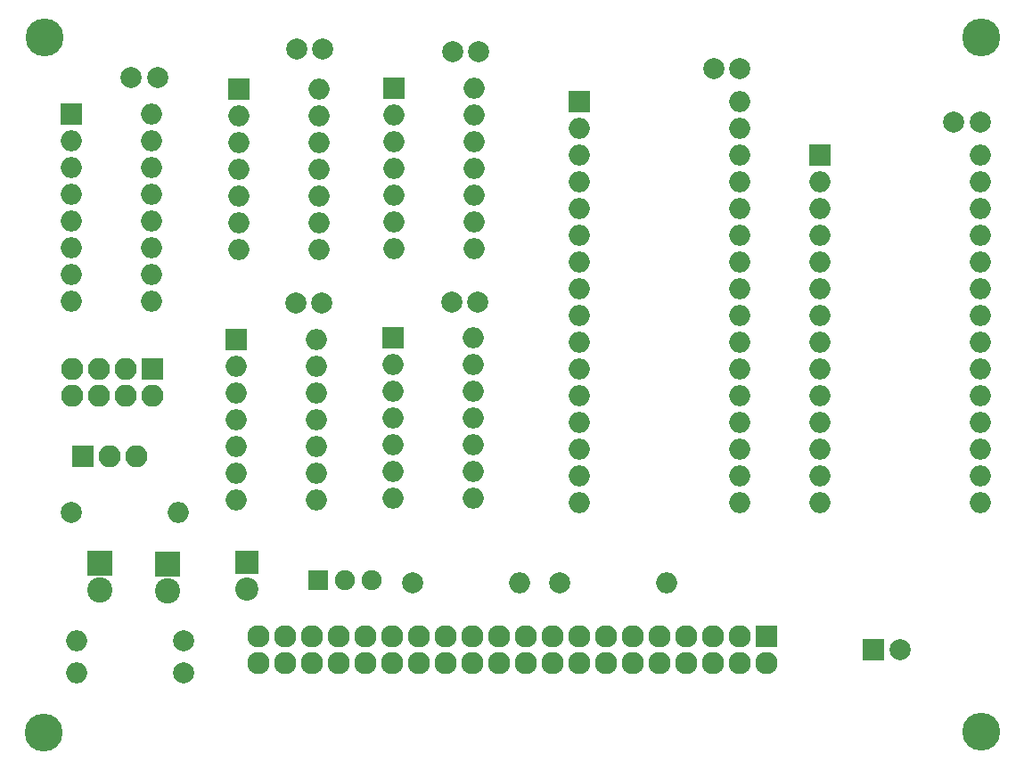
<source format=gbs>
G04 #@! TF.GenerationSoftware,KiCad,Pcbnew,(5.0.0-3-g5ebb6b6)*
G04 #@! TF.CreationDate,2019-03-17T21:42:17+09:00*
G04 #@! TF.ProjectId,Z80-1MSRAM,5A38302D314D5352414D2E6B69636164,rev?*
G04 #@! TF.SameCoordinates,Original*
G04 #@! TF.FileFunction,Soldermask,Bot*
G04 #@! TF.FilePolarity,Negative*
%FSLAX46Y46*%
G04 Gerber Fmt 4.6, Leading zero omitted, Abs format (unit mm)*
G04 Created by KiCad (PCBNEW (5.0.0-3-g5ebb6b6)) date *
%MOMM*%
%LPD*%
G01*
G04 APERTURE LIST*
%ADD10R,2.100000X2.100000*%
%ADD11O,2.100000X2.100000*%
%ADD12C,1.900000*%
%ADD13R,1.900000X1.900000*%
%ADD14O,2.000000X2.000000*%
%ADD15C,2.000000*%
%ADD16R,2.200000X2.200000*%
%ADD17C,2.200000*%
%ADD18R,2.000000X2.000000*%
%ADD19R,2.127200X2.127200*%
%ADD20O,2.127200X2.127200*%
%ADD21R,2.400000X2.400000*%
%ADD22C,2.400000*%
%ADD23C,3.600000*%
G04 APERTURE END LIST*
D10*
G04 #@! TO.C,JP1*
X110327000Y-107980000D03*
D11*
X112867000Y-107980000D03*
X115407000Y-107980000D03*
G04 #@! TD*
D12*
G04 #@! TO.C,Q1*
X135194000Y-119710000D03*
X137734000Y-119710000D03*
D13*
X132654000Y-119710000D03*
G04 #@! TD*
D14*
G04 #@! TO.C,R1*
X109728000Y-125476000D03*
D15*
X119888000Y-125476000D03*
G04 #@! TD*
G04 #@! TO.C,R2*
X119888000Y-128524000D03*
D14*
X109728000Y-128524000D03*
G04 #@! TD*
G04 #@! TO.C,R4*
X151765000Y-120015000D03*
D15*
X141605000Y-120015000D03*
G04 #@! TD*
G04 #@! TO.C,R5*
X155575000Y-120015000D03*
D14*
X165735000Y-120015000D03*
G04 #@! TD*
D10*
G04 #@! TO.C,J2*
X116904000Y-99695000D03*
D11*
X116904000Y-102235000D03*
X114364000Y-99695000D03*
X114364000Y-102235000D03*
X111824000Y-99695000D03*
X111824000Y-102235000D03*
X109284000Y-99695000D03*
X109284000Y-102235000D03*
G04 #@! TD*
D16*
G04 #@! TO.C,D3*
X125870000Y-118032000D03*
D17*
X125870000Y-120572000D03*
G04 #@! TD*
D18*
G04 #@! TO.C,U2*
X139764000Y-96710500D03*
D14*
X147384000Y-111950500D03*
X139764000Y-99250500D03*
X147384000Y-109410500D03*
X139764000Y-101790500D03*
X147384000Y-106870500D03*
X139764000Y-104330500D03*
X147384000Y-104330500D03*
X139764000Y-106870500D03*
X147384000Y-101790500D03*
X139764000Y-109410500D03*
X147384000Y-99250500D03*
X139764000Y-111950500D03*
X147384000Y-96710500D03*
G04 #@! TD*
D15*
G04 #@! TO.C,R3*
X109220000Y-113284000D03*
D14*
X119380000Y-113284000D03*
G04 #@! TD*
D18*
G04 #@! TO.C,U7*
X180340000Y-79375000D03*
D14*
X195580000Y-112395000D03*
X180340000Y-81915000D03*
X195580000Y-109855000D03*
X180340000Y-84455000D03*
X195580000Y-107315000D03*
X180340000Y-86995000D03*
X195580000Y-104775000D03*
X180340000Y-89535000D03*
X195580000Y-102235000D03*
X180340000Y-92075000D03*
X195580000Y-99695000D03*
X180340000Y-94615000D03*
X195580000Y-97155000D03*
X180340000Y-97155000D03*
X195580000Y-94615000D03*
X180340000Y-99695000D03*
X195580000Y-92075000D03*
X180340000Y-102235000D03*
X195580000Y-89535000D03*
X180340000Y-104775000D03*
X195580000Y-86995000D03*
X180340000Y-107315000D03*
X195580000Y-84455000D03*
X180340000Y-109855000D03*
X195580000Y-81915000D03*
X180340000Y-112395000D03*
X195580000Y-79375000D03*
G04 #@! TD*
D19*
G04 #@! TO.C,J1*
X175260000Y-125095000D03*
D20*
X175260000Y-127635000D03*
X172720000Y-125095000D03*
X172720000Y-127635000D03*
X170180000Y-125095000D03*
X170180000Y-127635000D03*
X167640000Y-125095000D03*
X167640000Y-127635000D03*
X165100000Y-125095000D03*
X165100000Y-127635000D03*
X162560000Y-125095000D03*
X162560000Y-127635000D03*
X160020000Y-125095000D03*
X160020000Y-127635000D03*
X157480000Y-125095000D03*
X157480000Y-127635000D03*
X154940000Y-125095000D03*
X154940000Y-127635000D03*
X152400000Y-125095000D03*
X152400000Y-127635000D03*
X149860000Y-125095000D03*
X149860000Y-127635000D03*
X147320000Y-125095000D03*
X147320000Y-127635000D03*
X144780000Y-125095000D03*
X144780000Y-127635000D03*
X142240000Y-125095000D03*
X142240000Y-127635000D03*
X139700000Y-125095000D03*
X139700000Y-127635000D03*
X137160000Y-125095000D03*
X137160000Y-127635000D03*
X134620000Y-125095000D03*
X134620000Y-127635000D03*
X132080000Y-125095000D03*
X132080000Y-127635000D03*
X129540000Y-125095000D03*
X129540000Y-127635000D03*
X127000000Y-125095000D03*
X127000000Y-127635000D03*
G04 #@! TD*
D21*
G04 #@! TO.C,D1*
X111920000Y-118092000D03*
D22*
X111920000Y-120632000D03*
G04 #@! TD*
D21*
G04 #@! TO.C,D2*
X118370000Y-118172000D03*
D22*
X118370000Y-120712000D03*
G04 #@! TD*
D18*
G04 #@! TO.C,U1*
X139890000Y-73025000D03*
D14*
X147510000Y-88265000D03*
X139890000Y-75565000D03*
X147510000Y-85725000D03*
X139890000Y-78105000D03*
X147510000Y-83185000D03*
X139890000Y-80645000D03*
X147510000Y-80645000D03*
X139890000Y-83185000D03*
X147510000Y-78105000D03*
X139890000Y-85725000D03*
X147510000Y-75565000D03*
X139890000Y-88265000D03*
X147510000Y-73025000D03*
G04 #@! TD*
D18*
G04 #@! TO.C,U3*
X109230000Y-75410000D03*
D14*
X116850000Y-93190000D03*
X109230000Y-77950000D03*
X116850000Y-90650000D03*
X109230000Y-80490000D03*
X116850000Y-88110000D03*
X109230000Y-83030000D03*
X116850000Y-85570000D03*
X109230000Y-85570000D03*
X116850000Y-83030000D03*
X109230000Y-88110000D03*
X116850000Y-80490000D03*
X109230000Y-90650000D03*
X116850000Y-77950000D03*
X109230000Y-93190000D03*
X116850000Y-75410000D03*
G04 #@! TD*
D18*
G04 #@! TO.C,U4*
X125158000Y-73088500D03*
D14*
X132778000Y-88328500D03*
X125158000Y-75628500D03*
X132778000Y-85788500D03*
X125158000Y-78168500D03*
X132778000Y-83248500D03*
X125158000Y-80708500D03*
X132778000Y-80708500D03*
X125158000Y-83248500D03*
X132778000Y-78168500D03*
X125158000Y-85788500D03*
X132778000Y-75628500D03*
X125158000Y-88328500D03*
X132778000Y-73088500D03*
G04 #@! TD*
D18*
G04 #@! TO.C,U5*
X124904000Y-96837500D03*
D14*
X132524000Y-112077500D03*
X124904000Y-99377500D03*
X132524000Y-109537500D03*
X124904000Y-101917500D03*
X132524000Y-106997500D03*
X124904000Y-104457500D03*
X132524000Y-104457500D03*
X124904000Y-106997500D03*
X132524000Y-101917500D03*
X124904000Y-109537500D03*
X132524000Y-99377500D03*
X124904000Y-112077500D03*
X132524000Y-96837500D03*
G04 #@! TD*
D18*
G04 #@! TO.C,U6*
X157480000Y-74295000D03*
D14*
X172720000Y-112395000D03*
X157480000Y-76835000D03*
X172720000Y-109855000D03*
X157480000Y-79375000D03*
X172720000Y-107315000D03*
X157480000Y-81915000D03*
X172720000Y-104775000D03*
X157480000Y-84455000D03*
X172720000Y-102235000D03*
X157480000Y-86995000D03*
X172720000Y-99695000D03*
X157480000Y-89535000D03*
X172720000Y-97155000D03*
X157480000Y-92075000D03*
X172720000Y-94615000D03*
X157480000Y-94615000D03*
X172720000Y-92075000D03*
X157480000Y-97155000D03*
X172720000Y-89535000D03*
X157480000Y-99695000D03*
X172720000Y-86995000D03*
X157480000Y-102235000D03*
X172720000Y-84455000D03*
X157480000Y-104775000D03*
X172720000Y-81915000D03*
X157480000Y-107315000D03*
X172720000Y-79375000D03*
X157480000Y-109855000D03*
X172720000Y-76835000D03*
X157480000Y-112395000D03*
X172720000Y-74295000D03*
G04 #@! TD*
D15*
G04 #@! TO.C,C1*
X147920000Y-69490000D03*
X145420000Y-69490000D03*
G04 #@! TD*
G04 #@! TO.C,C2*
X147828000Y-93281500D03*
X145328000Y-93281500D03*
G04 #@! TD*
G04 #@! TO.C,C3*
X117390000Y-72000000D03*
X114890000Y-72000000D03*
G04 #@! TD*
G04 #@! TO.C,C4*
X133096000Y-69278500D03*
X130596000Y-69278500D03*
G04 #@! TD*
G04 #@! TO.C,C5*
X133032000Y-93408500D03*
X130532000Y-93408500D03*
G04 #@! TD*
G04 #@! TO.C,C6*
X172720000Y-71120000D03*
X170220000Y-71120000D03*
G04 #@! TD*
G04 #@! TO.C,C7*
X195540000Y-76200000D03*
X193040000Y-76200000D03*
G04 #@! TD*
D18*
G04 #@! TO.C,C8*
X185420000Y-126365000D03*
D15*
X187920000Y-126365000D03*
G04 #@! TD*
D23*
G04 #@! TO.C,MH1*
X106650000Y-68200000D03*
G04 #@! TD*
G04 #@! TO.C,MH2*
X195640000Y-68150000D03*
G04 #@! TD*
G04 #@! TO.C,MH3*
X106550000Y-134220000D03*
G04 #@! TD*
G04 #@! TO.C,MH4*
X195640000Y-134120000D03*
G04 #@! TD*
M02*

</source>
